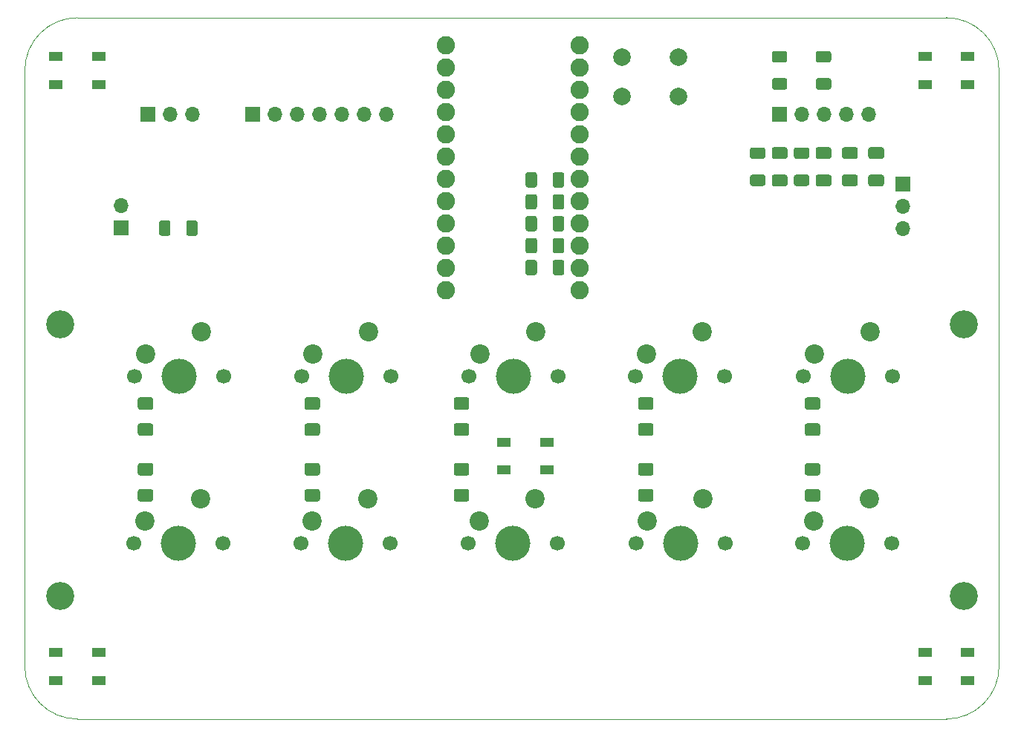
<source format=gbr>
G04 #@! TF.GenerationSoftware,KiCad,Pcbnew,(5.1.8)-1*
G04 #@! TF.CreationDate,2021-06-03T22:44:19-04:00*
G04 #@! TF.ProjectId,inkkeys,696e6b6b-6579-4732-9e6b-696361645f70,rev?*
G04 #@! TF.SameCoordinates,Original*
G04 #@! TF.FileFunction,Soldermask,Bot*
G04 #@! TF.FilePolarity,Negative*
%FSLAX46Y46*%
G04 Gerber Fmt 4.6, Leading zero omitted, Abs format (unit mm)*
G04 Created by KiCad (PCBNEW (5.1.8)-1) date 2021-06-03 22:44:19*
%MOMM*%
%LPD*%
G01*
G04 APERTURE LIST*
G04 #@! TA.AperFunction,Profile*
%ADD10C,0.100000*%
G04 #@! TD*
%ADD11C,2.000000*%
%ADD12R,1.500000X1.000000*%
%ADD13O,1.700000X1.700000*%
%ADD14R,1.700000X1.700000*%
%ADD15C,3.200000*%
%ADD16C,1.700000*%
%ADD17C,4.000000*%
%ADD18C,2.200000*%
%ADD19C,2.082800*%
G04 APERTURE END LIST*
D10*
X202000000Y-60000000D02*
G75*
G02*
X208000000Y-66000000I0J-6000000D01*
G01*
X208000000Y-134000000D02*
G75*
G02*
X202000000Y-140000000I-6000000J0D01*
G01*
X103000000Y-140000000D02*
G75*
G02*
X97000000Y-134000000I0J6000000D01*
G01*
X97000000Y-66000000D02*
G75*
G02*
X103000000Y-60000000I6000000J0D01*
G01*
X97000000Y-134000000D02*
X97000000Y-66000000D01*
X202000000Y-140000000D02*
X103000000Y-140000000D01*
X208000000Y-66000000D02*
X208000000Y-134000000D01*
X103000000Y-60000000D02*
X202000000Y-60000000D01*
X202000000Y-60000000D02*
G75*
G02*
X208000000Y-66000000I0J-6000000D01*
G01*
X208000000Y-134000000D02*
G75*
G02*
X202000000Y-140000000I-6000000J0D01*
G01*
X103000000Y-140000000D02*
G75*
G02*
X97000000Y-134000000I0J6000000D01*
G01*
X97000000Y-66000000D02*
G75*
G02*
X103000000Y-60000000I6000000J0D01*
G01*
X97000000Y-134000000D02*
X97000000Y-66000000D01*
X202000000Y-140000000D02*
X103000000Y-140000000D01*
X208000000Y-66000000D02*
X208000000Y-134000000D01*
X103000000Y-60000000D02*
X202000000Y-60000000D01*
D11*
G04 #@! TO.C,SW12*
X165000000Y-64500000D03*
X165000000Y-69000000D03*
X171500000Y-64500000D03*
X171500000Y-69000000D03*
G04 #@! TD*
G04 #@! TO.C,C2*
G36*
G01*
X187349999Y-77900000D02*
X188650001Y-77900000D01*
G75*
G02*
X188900000Y-78149999I0J-249999D01*
G01*
X188900000Y-78975001D01*
G75*
G02*
X188650001Y-79225000I-249999J0D01*
G01*
X187349999Y-79225000D01*
G75*
G02*
X187100000Y-78975001I0J249999D01*
G01*
X187100000Y-78149999D01*
G75*
G02*
X187349999Y-77900000I249999J0D01*
G01*
G37*
G36*
G01*
X187349999Y-74775000D02*
X188650001Y-74775000D01*
G75*
G02*
X188900000Y-75024999I0J-249999D01*
G01*
X188900000Y-75850001D01*
G75*
G02*
X188650001Y-76100000I-249999J0D01*
G01*
X187349999Y-76100000D01*
G75*
G02*
X187100000Y-75850001I0J249999D01*
G01*
X187100000Y-75024999D01*
G75*
G02*
X187349999Y-74775000I249999J0D01*
G01*
G37*
G04 #@! TD*
G04 #@! TO.C,C1*
G36*
G01*
X182349999Y-77900000D02*
X183650001Y-77900000D01*
G75*
G02*
X183900000Y-78149999I0J-249999D01*
G01*
X183900000Y-78975001D01*
G75*
G02*
X183650001Y-79225000I-249999J0D01*
G01*
X182349999Y-79225000D01*
G75*
G02*
X182100000Y-78975001I0J249999D01*
G01*
X182100000Y-78149999D01*
G75*
G02*
X182349999Y-77900000I249999J0D01*
G01*
G37*
G36*
G01*
X182349999Y-74775000D02*
X183650001Y-74775000D01*
G75*
G02*
X183900000Y-75024999I0J-249999D01*
G01*
X183900000Y-75850001D01*
G75*
G02*
X183650001Y-76100000I-249999J0D01*
G01*
X182349999Y-76100000D01*
G75*
G02*
X182100000Y-75850001I0J249999D01*
G01*
X182100000Y-75024999D01*
G75*
G02*
X182349999Y-74775000I249999J0D01*
G01*
G37*
G04 #@! TD*
D12*
G04 #@! TO.C,D23*
X151550000Y-111600000D03*
X151550000Y-108400000D03*
X156450000Y-111600000D03*
X156450000Y-108400000D03*
G04 #@! TD*
G04 #@! TO.C,D20*
X100550000Y-135600000D03*
X100550000Y-132400000D03*
X105450000Y-135600000D03*
X105450000Y-132400000D03*
G04 #@! TD*
G04 #@! TO.C,D17*
X100550000Y-67600000D03*
X100550000Y-64400000D03*
X105450000Y-67600000D03*
X105450000Y-64400000D03*
G04 #@! TD*
G04 #@! TO.C,D14*
X199550000Y-67600000D03*
X199550000Y-64400000D03*
X204450000Y-67600000D03*
X204450000Y-64400000D03*
G04 #@! TD*
G04 #@! TO.C,D11*
X199550000Y-135600000D03*
X199550000Y-132400000D03*
X204450000Y-135600000D03*
X204450000Y-132400000D03*
G04 #@! TD*
D13*
G04 #@! TO.C,J3*
X197000000Y-84080000D03*
X197000000Y-81540000D03*
D14*
X197000000Y-79000000D03*
G04 #@! TD*
D13*
G04 #@! TO.C,J2*
X193160000Y-71000000D03*
X190620000Y-71000000D03*
X188080000Y-71000000D03*
X185540000Y-71000000D03*
D14*
X183000000Y-71000000D03*
G04 #@! TD*
D15*
G04 #@! TO.C,H4*
X204000000Y-126000000D03*
G04 #@! TD*
G04 #@! TO.C,H3*
X204000000Y-95000000D03*
G04 #@! TD*
G04 #@! TO.C,H2*
X101000000Y-126000000D03*
G04 #@! TD*
G04 #@! TO.C,H1*
X101000000Y-95000000D03*
G04 #@! TD*
D13*
G04 #@! TO.C,SW13*
X108000000Y-81460000D03*
D14*
X108000000Y-84000000D03*
G04 #@! TD*
D16*
G04 #@! TO.C,SW10*
X195790000Y-119980000D03*
X185630000Y-119980000D03*
D17*
X190710000Y-119980000D03*
D18*
X186900000Y-117440000D03*
X193250000Y-114900000D03*
G04 #@! TD*
D16*
G04 #@! TO.C,SW9*
X195820000Y-100900000D03*
X185660000Y-100900000D03*
D17*
X190740000Y-100900000D03*
D18*
X186930000Y-98360000D03*
X193280000Y-95820000D03*
G04 #@! TD*
D16*
G04 #@! TO.C,SW8*
X176770000Y-119980000D03*
X166610000Y-119980000D03*
D17*
X171690000Y-119980000D03*
D18*
X167880000Y-117440000D03*
X174230000Y-114900000D03*
G04 #@! TD*
D16*
G04 #@! TO.C,SW7*
X176760000Y-100910000D03*
X166600000Y-100910000D03*
D17*
X171680000Y-100910000D03*
D18*
X167870000Y-98370000D03*
X174220000Y-95830000D03*
G04 #@! TD*
D16*
G04 #@! TO.C,SW6*
X157700000Y-119960000D03*
X147540000Y-119960000D03*
D17*
X152620000Y-119960000D03*
D18*
X148810000Y-117420000D03*
X155160000Y-114880000D03*
G04 #@! TD*
D16*
G04 #@! TO.C,SW5*
X157720000Y-100920000D03*
X147560000Y-100920000D03*
D17*
X152640000Y-100920000D03*
D18*
X148830000Y-98380000D03*
X155180000Y-95840000D03*
G04 #@! TD*
D16*
G04 #@! TO.C,SW4*
X138650000Y-119950000D03*
X128490000Y-119950000D03*
D17*
X133570000Y-119950000D03*
D18*
X129760000Y-117410000D03*
X136110000Y-114870000D03*
G04 #@! TD*
D16*
G04 #@! TO.C,SW3*
X138670000Y-100930000D03*
X128510000Y-100930000D03*
D17*
X133590000Y-100930000D03*
D18*
X129780000Y-98390000D03*
X136130000Y-95850000D03*
G04 #@! TD*
D16*
G04 #@! TO.C,SW2*
X119600000Y-119970000D03*
X109440000Y-119970000D03*
D17*
X114520000Y-119970000D03*
D18*
X110710000Y-117430000D03*
X117060000Y-114890000D03*
G04 #@! TD*
D16*
G04 #@! TO.C,SW1*
X119630000Y-100910000D03*
X109470000Y-100910000D03*
D17*
X114550000Y-100910000D03*
D18*
X110740000Y-98370000D03*
X117090000Y-95830000D03*
G04 #@! TD*
D13*
G04 #@! TO.C,RV1*
X116080000Y-71000000D03*
X113540000Y-71000000D03*
D14*
X111000000Y-71000000D03*
G04 #@! TD*
G04 #@! TO.C,R10*
G36*
G01*
X115400000Y-84625000D02*
X115400000Y-83375000D01*
G75*
G02*
X115650000Y-83125000I250000J0D01*
G01*
X116450000Y-83125000D01*
G75*
G02*
X116700000Y-83375000I0J-250000D01*
G01*
X116700000Y-84625000D01*
G75*
G02*
X116450000Y-84875000I-250000J0D01*
G01*
X115650000Y-84875000D01*
G75*
G02*
X115400000Y-84625000I0J250000D01*
G01*
G37*
G36*
G01*
X112300000Y-84625000D02*
X112300000Y-83375000D01*
G75*
G02*
X112550000Y-83125000I250000J0D01*
G01*
X113350000Y-83125000D01*
G75*
G02*
X113600000Y-83375000I0J-250000D01*
G01*
X113600000Y-84625000D01*
G75*
G02*
X113350000Y-84875000I-250000J0D01*
G01*
X112550000Y-84875000D01*
G75*
G02*
X112300000Y-84625000I0J250000D01*
G01*
G37*
G04 #@! TD*
G04 #@! TO.C,R9*
G36*
G01*
X187375000Y-66900000D02*
X188625000Y-66900000D01*
G75*
G02*
X188875000Y-67150000I0J-250000D01*
G01*
X188875000Y-67950000D01*
G75*
G02*
X188625000Y-68200000I-250000J0D01*
G01*
X187375000Y-68200000D01*
G75*
G02*
X187125000Y-67950000I0J250000D01*
G01*
X187125000Y-67150000D01*
G75*
G02*
X187375000Y-66900000I250000J0D01*
G01*
G37*
G36*
G01*
X187375000Y-63800000D02*
X188625000Y-63800000D01*
G75*
G02*
X188875000Y-64050000I0J-250000D01*
G01*
X188875000Y-64850000D01*
G75*
G02*
X188625000Y-65100000I-250000J0D01*
G01*
X187375000Y-65100000D01*
G75*
G02*
X187125000Y-64850000I0J250000D01*
G01*
X187125000Y-64050000D01*
G75*
G02*
X187375000Y-63800000I250000J0D01*
G01*
G37*
G04 #@! TD*
G04 #@! TO.C,R8*
G36*
G01*
X184875000Y-77900000D02*
X186125000Y-77900000D01*
G75*
G02*
X186375000Y-78150000I0J-250000D01*
G01*
X186375000Y-78950000D01*
G75*
G02*
X186125000Y-79200000I-250000J0D01*
G01*
X184875000Y-79200000D01*
G75*
G02*
X184625000Y-78950000I0J250000D01*
G01*
X184625000Y-78150000D01*
G75*
G02*
X184875000Y-77900000I250000J0D01*
G01*
G37*
G36*
G01*
X184875000Y-74800000D02*
X186125000Y-74800000D01*
G75*
G02*
X186375000Y-75050000I0J-250000D01*
G01*
X186375000Y-75850000D01*
G75*
G02*
X186125000Y-76100000I-250000J0D01*
G01*
X184875000Y-76100000D01*
G75*
G02*
X184625000Y-75850000I0J250000D01*
G01*
X184625000Y-75050000D01*
G75*
G02*
X184875000Y-74800000I250000J0D01*
G01*
G37*
G04 #@! TD*
G04 #@! TO.C,R7*
G36*
G01*
X182375000Y-66900000D02*
X183625000Y-66900000D01*
G75*
G02*
X183875000Y-67150000I0J-250000D01*
G01*
X183875000Y-67950000D01*
G75*
G02*
X183625000Y-68200000I-250000J0D01*
G01*
X182375000Y-68200000D01*
G75*
G02*
X182125000Y-67950000I0J250000D01*
G01*
X182125000Y-67150000D01*
G75*
G02*
X182375000Y-66900000I250000J0D01*
G01*
G37*
G36*
G01*
X182375000Y-63800000D02*
X183625000Y-63800000D01*
G75*
G02*
X183875000Y-64050000I0J-250000D01*
G01*
X183875000Y-64850000D01*
G75*
G02*
X183625000Y-65100000I-250000J0D01*
G01*
X182375000Y-65100000D01*
G75*
G02*
X182125000Y-64850000I0J250000D01*
G01*
X182125000Y-64050000D01*
G75*
G02*
X182375000Y-63800000I250000J0D01*
G01*
G37*
G04 #@! TD*
G04 #@! TO.C,R6*
G36*
G01*
X179875000Y-77900000D02*
X181125000Y-77900000D01*
G75*
G02*
X181375000Y-78150000I0J-250000D01*
G01*
X181375000Y-78950000D01*
G75*
G02*
X181125000Y-79200000I-250000J0D01*
G01*
X179875000Y-79200000D01*
G75*
G02*
X179625000Y-78950000I0J250000D01*
G01*
X179625000Y-78150000D01*
G75*
G02*
X179875000Y-77900000I250000J0D01*
G01*
G37*
G36*
G01*
X179875000Y-74800000D02*
X181125000Y-74800000D01*
G75*
G02*
X181375000Y-75050000I0J-250000D01*
G01*
X181375000Y-75850000D01*
G75*
G02*
X181125000Y-76100000I-250000J0D01*
G01*
X179875000Y-76100000D01*
G75*
G02*
X179625000Y-75850000I0J250000D01*
G01*
X179625000Y-75050000D01*
G75*
G02*
X179875000Y-74800000I250000J0D01*
G01*
G37*
G04 #@! TD*
G04 #@! TO.C,R5*
G36*
G01*
X155350000Y-87875000D02*
X155350000Y-89125000D01*
G75*
G02*
X155100000Y-89375000I-250000J0D01*
G01*
X154300000Y-89375000D01*
G75*
G02*
X154050000Y-89125000I0J250000D01*
G01*
X154050000Y-87875000D01*
G75*
G02*
X154300000Y-87625000I250000J0D01*
G01*
X155100000Y-87625000D01*
G75*
G02*
X155350000Y-87875000I0J-250000D01*
G01*
G37*
G36*
G01*
X158450000Y-87875000D02*
X158450000Y-89125000D01*
G75*
G02*
X158200000Y-89375000I-250000J0D01*
G01*
X157400000Y-89375000D01*
G75*
G02*
X157150000Y-89125000I0J250000D01*
G01*
X157150000Y-87875000D01*
G75*
G02*
X157400000Y-87625000I250000J0D01*
G01*
X158200000Y-87625000D01*
G75*
G02*
X158450000Y-87875000I0J-250000D01*
G01*
G37*
G04 #@! TD*
G04 #@! TO.C,R4*
G36*
G01*
X155350000Y-85375000D02*
X155350000Y-86625000D01*
G75*
G02*
X155100000Y-86875000I-250000J0D01*
G01*
X154300000Y-86875000D01*
G75*
G02*
X154050000Y-86625000I0J250000D01*
G01*
X154050000Y-85375000D01*
G75*
G02*
X154300000Y-85125000I250000J0D01*
G01*
X155100000Y-85125000D01*
G75*
G02*
X155350000Y-85375000I0J-250000D01*
G01*
G37*
G36*
G01*
X158450000Y-85375000D02*
X158450000Y-86625000D01*
G75*
G02*
X158200000Y-86875000I-250000J0D01*
G01*
X157400000Y-86875000D01*
G75*
G02*
X157150000Y-86625000I0J250000D01*
G01*
X157150000Y-85375000D01*
G75*
G02*
X157400000Y-85125000I250000J0D01*
G01*
X158200000Y-85125000D01*
G75*
G02*
X158450000Y-85375000I0J-250000D01*
G01*
G37*
G04 #@! TD*
G04 #@! TO.C,R3*
G36*
G01*
X155350000Y-82875000D02*
X155350000Y-84125000D01*
G75*
G02*
X155100000Y-84375000I-250000J0D01*
G01*
X154300000Y-84375000D01*
G75*
G02*
X154050000Y-84125000I0J250000D01*
G01*
X154050000Y-82875000D01*
G75*
G02*
X154300000Y-82625000I250000J0D01*
G01*
X155100000Y-82625000D01*
G75*
G02*
X155350000Y-82875000I0J-250000D01*
G01*
G37*
G36*
G01*
X158450000Y-82875000D02*
X158450000Y-84125000D01*
G75*
G02*
X158200000Y-84375000I-250000J0D01*
G01*
X157400000Y-84375000D01*
G75*
G02*
X157150000Y-84125000I0J250000D01*
G01*
X157150000Y-82875000D01*
G75*
G02*
X157400000Y-82625000I250000J0D01*
G01*
X158200000Y-82625000D01*
G75*
G02*
X158450000Y-82875000I0J-250000D01*
G01*
G37*
G04 #@! TD*
G04 #@! TO.C,R2*
G36*
G01*
X155350000Y-80375000D02*
X155350000Y-81625000D01*
G75*
G02*
X155100000Y-81875000I-250000J0D01*
G01*
X154300000Y-81875000D01*
G75*
G02*
X154050000Y-81625000I0J250000D01*
G01*
X154050000Y-80375000D01*
G75*
G02*
X154300000Y-80125000I250000J0D01*
G01*
X155100000Y-80125000D01*
G75*
G02*
X155350000Y-80375000I0J-250000D01*
G01*
G37*
G36*
G01*
X158450000Y-80375000D02*
X158450000Y-81625000D01*
G75*
G02*
X158200000Y-81875000I-250000J0D01*
G01*
X157400000Y-81875000D01*
G75*
G02*
X157150000Y-81625000I0J250000D01*
G01*
X157150000Y-80375000D01*
G75*
G02*
X157400000Y-80125000I250000J0D01*
G01*
X158200000Y-80125000D01*
G75*
G02*
X158450000Y-80375000I0J-250000D01*
G01*
G37*
G04 #@! TD*
G04 #@! TO.C,R1*
G36*
G01*
X155350000Y-77875000D02*
X155350000Y-79125000D01*
G75*
G02*
X155100000Y-79375000I-250000J0D01*
G01*
X154300000Y-79375000D01*
G75*
G02*
X154050000Y-79125000I0J250000D01*
G01*
X154050000Y-77875000D01*
G75*
G02*
X154300000Y-77625000I250000J0D01*
G01*
X155100000Y-77625000D01*
G75*
G02*
X155350000Y-77875000I0J-250000D01*
G01*
G37*
G36*
G01*
X158450000Y-77875000D02*
X158450000Y-79125000D01*
G75*
G02*
X158200000Y-79375000I-250000J0D01*
G01*
X157400000Y-79375000D01*
G75*
G02*
X157150000Y-79125000I0J250000D01*
G01*
X157150000Y-77875000D01*
G75*
G02*
X157400000Y-77625000I250000J0D01*
G01*
X158200000Y-77625000D01*
G75*
G02*
X158450000Y-77875000I0J-250000D01*
G01*
G37*
G04 #@! TD*
D13*
G04 #@! TO.C,J1*
X138240000Y-71000000D03*
X135700000Y-71000000D03*
X133160000Y-71000000D03*
X130620000Y-71000000D03*
X128080000Y-71000000D03*
X125540000Y-71000000D03*
D14*
X123000000Y-71000000D03*
G04 #@! TD*
G04 #@! TO.C,D10*
G36*
G01*
X186125000Y-113775000D02*
X187375000Y-113775000D01*
G75*
G02*
X187625000Y-114025000I0J-250000D01*
G01*
X187625000Y-114950000D01*
G75*
G02*
X187375000Y-115200000I-250000J0D01*
G01*
X186125000Y-115200000D01*
G75*
G02*
X185875000Y-114950000I0J250000D01*
G01*
X185875000Y-114025000D01*
G75*
G02*
X186125000Y-113775000I250000J0D01*
G01*
G37*
G36*
G01*
X186125000Y-110800000D02*
X187375000Y-110800000D01*
G75*
G02*
X187625000Y-111050000I0J-250000D01*
G01*
X187625000Y-111975000D01*
G75*
G02*
X187375000Y-112225000I-250000J0D01*
G01*
X186125000Y-112225000D01*
G75*
G02*
X185875000Y-111975000I0J250000D01*
G01*
X185875000Y-111050000D01*
G75*
G02*
X186125000Y-110800000I250000J0D01*
G01*
G37*
G04 #@! TD*
G04 #@! TO.C,D9*
G36*
G01*
X187375000Y-104725000D02*
X186125000Y-104725000D01*
G75*
G02*
X185875000Y-104475000I0J250000D01*
G01*
X185875000Y-103550000D01*
G75*
G02*
X186125000Y-103300000I250000J0D01*
G01*
X187375000Y-103300000D01*
G75*
G02*
X187625000Y-103550000I0J-250000D01*
G01*
X187625000Y-104475000D01*
G75*
G02*
X187375000Y-104725000I-250000J0D01*
G01*
G37*
G36*
G01*
X187375000Y-107700000D02*
X186125000Y-107700000D01*
G75*
G02*
X185875000Y-107450000I0J250000D01*
G01*
X185875000Y-106525000D01*
G75*
G02*
X186125000Y-106275000I250000J0D01*
G01*
X187375000Y-106275000D01*
G75*
G02*
X187625000Y-106525000I0J-250000D01*
G01*
X187625000Y-107450000D01*
G75*
G02*
X187375000Y-107700000I-250000J0D01*
G01*
G37*
G04 #@! TD*
G04 #@! TO.C,D8*
G36*
G01*
X167125000Y-113775000D02*
X168375000Y-113775000D01*
G75*
G02*
X168625000Y-114025000I0J-250000D01*
G01*
X168625000Y-114950000D01*
G75*
G02*
X168375000Y-115200000I-250000J0D01*
G01*
X167125000Y-115200000D01*
G75*
G02*
X166875000Y-114950000I0J250000D01*
G01*
X166875000Y-114025000D01*
G75*
G02*
X167125000Y-113775000I250000J0D01*
G01*
G37*
G36*
G01*
X167125000Y-110800000D02*
X168375000Y-110800000D01*
G75*
G02*
X168625000Y-111050000I0J-250000D01*
G01*
X168625000Y-111975000D01*
G75*
G02*
X168375000Y-112225000I-250000J0D01*
G01*
X167125000Y-112225000D01*
G75*
G02*
X166875000Y-111975000I0J250000D01*
G01*
X166875000Y-111050000D01*
G75*
G02*
X167125000Y-110800000I250000J0D01*
G01*
G37*
G04 #@! TD*
G04 #@! TO.C,D7*
G36*
G01*
X168375000Y-104725000D02*
X167125000Y-104725000D01*
G75*
G02*
X166875000Y-104475000I0J250000D01*
G01*
X166875000Y-103550000D01*
G75*
G02*
X167125000Y-103300000I250000J0D01*
G01*
X168375000Y-103300000D01*
G75*
G02*
X168625000Y-103550000I0J-250000D01*
G01*
X168625000Y-104475000D01*
G75*
G02*
X168375000Y-104725000I-250000J0D01*
G01*
G37*
G36*
G01*
X168375000Y-107700000D02*
X167125000Y-107700000D01*
G75*
G02*
X166875000Y-107450000I0J250000D01*
G01*
X166875000Y-106525000D01*
G75*
G02*
X167125000Y-106275000I250000J0D01*
G01*
X168375000Y-106275000D01*
G75*
G02*
X168625000Y-106525000I0J-250000D01*
G01*
X168625000Y-107450000D01*
G75*
G02*
X168375000Y-107700000I-250000J0D01*
G01*
G37*
G04 #@! TD*
G04 #@! TO.C,D6*
G36*
G01*
X146125000Y-113775000D02*
X147375000Y-113775000D01*
G75*
G02*
X147625000Y-114025000I0J-250000D01*
G01*
X147625000Y-114950000D01*
G75*
G02*
X147375000Y-115200000I-250000J0D01*
G01*
X146125000Y-115200000D01*
G75*
G02*
X145875000Y-114950000I0J250000D01*
G01*
X145875000Y-114025000D01*
G75*
G02*
X146125000Y-113775000I250000J0D01*
G01*
G37*
G36*
G01*
X146125000Y-110800000D02*
X147375000Y-110800000D01*
G75*
G02*
X147625000Y-111050000I0J-250000D01*
G01*
X147625000Y-111975000D01*
G75*
G02*
X147375000Y-112225000I-250000J0D01*
G01*
X146125000Y-112225000D01*
G75*
G02*
X145875000Y-111975000I0J250000D01*
G01*
X145875000Y-111050000D01*
G75*
G02*
X146125000Y-110800000I250000J0D01*
G01*
G37*
G04 #@! TD*
G04 #@! TO.C,D5*
G36*
G01*
X147375000Y-104725000D02*
X146125000Y-104725000D01*
G75*
G02*
X145875000Y-104475000I0J250000D01*
G01*
X145875000Y-103550000D01*
G75*
G02*
X146125000Y-103300000I250000J0D01*
G01*
X147375000Y-103300000D01*
G75*
G02*
X147625000Y-103550000I0J-250000D01*
G01*
X147625000Y-104475000D01*
G75*
G02*
X147375000Y-104725000I-250000J0D01*
G01*
G37*
G36*
G01*
X147375000Y-107700000D02*
X146125000Y-107700000D01*
G75*
G02*
X145875000Y-107450000I0J250000D01*
G01*
X145875000Y-106525000D01*
G75*
G02*
X146125000Y-106275000I250000J0D01*
G01*
X147375000Y-106275000D01*
G75*
G02*
X147625000Y-106525000I0J-250000D01*
G01*
X147625000Y-107450000D01*
G75*
G02*
X147375000Y-107700000I-250000J0D01*
G01*
G37*
G04 #@! TD*
G04 #@! TO.C,D4*
G36*
G01*
X129125000Y-113775000D02*
X130375000Y-113775000D01*
G75*
G02*
X130625000Y-114025000I0J-250000D01*
G01*
X130625000Y-114950000D01*
G75*
G02*
X130375000Y-115200000I-250000J0D01*
G01*
X129125000Y-115200000D01*
G75*
G02*
X128875000Y-114950000I0J250000D01*
G01*
X128875000Y-114025000D01*
G75*
G02*
X129125000Y-113775000I250000J0D01*
G01*
G37*
G36*
G01*
X129125000Y-110800000D02*
X130375000Y-110800000D01*
G75*
G02*
X130625000Y-111050000I0J-250000D01*
G01*
X130625000Y-111975000D01*
G75*
G02*
X130375000Y-112225000I-250000J0D01*
G01*
X129125000Y-112225000D01*
G75*
G02*
X128875000Y-111975000I0J250000D01*
G01*
X128875000Y-111050000D01*
G75*
G02*
X129125000Y-110800000I250000J0D01*
G01*
G37*
G04 #@! TD*
G04 #@! TO.C,D3*
G36*
G01*
X130375000Y-104725000D02*
X129125000Y-104725000D01*
G75*
G02*
X128875000Y-104475000I0J250000D01*
G01*
X128875000Y-103550000D01*
G75*
G02*
X129125000Y-103300000I250000J0D01*
G01*
X130375000Y-103300000D01*
G75*
G02*
X130625000Y-103550000I0J-250000D01*
G01*
X130625000Y-104475000D01*
G75*
G02*
X130375000Y-104725000I-250000J0D01*
G01*
G37*
G36*
G01*
X130375000Y-107700000D02*
X129125000Y-107700000D01*
G75*
G02*
X128875000Y-107450000I0J250000D01*
G01*
X128875000Y-106525000D01*
G75*
G02*
X129125000Y-106275000I250000J0D01*
G01*
X130375000Y-106275000D01*
G75*
G02*
X130625000Y-106525000I0J-250000D01*
G01*
X130625000Y-107450000D01*
G75*
G02*
X130375000Y-107700000I-250000J0D01*
G01*
G37*
G04 #@! TD*
G04 #@! TO.C,D2*
G36*
G01*
X110125000Y-113775000D02*
X111375000Y-113775000D01*
G75*
G02*
X111625000Y-114025000I0J-250000D01*
G01*
X111625000Y-114950000D01*
G75*
G02*
X111375000Y-115200000I-250000J0D01*
G01*
X110125000Y-115200000D01*
G75*
G02*
X109875000Y-114950000I0J250000D01*
G01*
X109875000Y-114025000D01*
G75*
G02*
X110125000Y-113775000I250000J0D01*
G01*
G37*
G36*
G01*
X110125000Y-110800000D02*
X111375000Y-110800000D01*
G75*
G02*
X111625000Y-111050000I0J-250000D01*
G01*
X111625000Y-111975000D01*
G75*
G02*
X111375000Y-112225000I-250000J0D01*
G01*
X110125000Y-112225000D01*
G75*
G02*
X109875000Y-111975000I0J250000D01*
G01*
X109875000Y-111050000D01*
G75*
G02*
X110125000Y-110800000I250000J0D01*
G01*
G37*
G04 #@! TD*
G04 #@! TO.C,D1*
G36*
G01*
X111375000Y-104725000D02*
X110125000Y-104725000D01*
G75*
G02*
X109875000Y-104475000I0J250000D01*
G01*
X109875000Y-103550000D01*
G75*
G02*
X110125000Y-103300000I250000J0D01*
G01*
X111375000Y-103300000D01*
G75*
G02*
X111625000Y-103550000I0J-250000D01*
G01*
X111625000Y-104475000D01*
G75*
G02*
X111375000Y-104725000I-250000J0D01*
G01*
G37*
G36*
G01*
X111375000Y-107700000D02*
X110125000Y-107700000D01*
G75*
G02*
X109875000Y-107450000I0J250000D01*
G01*
X109875000Y-106525000D01*
G75*
G02*
X110125000Y-106275000I250000J0D01*
G01*
X111375000Y-106275000D01*
G75*
G02*
X111625000Y-106525000I0J-250000D01*
G01*
X111625000Y-107450000D01*
G75*
G02*
X111375000Y-107700000I-250000J0D01*
G01*
G37*
G04 #@! TD*
G04 #@! TO.C,C4*
G36*
G01*
X194650001Y-76100000D02*
X193349999Y-76100000D01*
G75*
G02*
X193100000Y-75850001I0J249999D01*
G01*
X193100000Y-75024999D01*
G75*
G02*
X193349999Y-74775000I249999J0D01*
G01*
X194650001Y-74775000D01*
G75*
G02*
X194900000Y-75024999I0J-249999D01*
G01*
X194900000Y-75850001D01*
G75*
G02*
X194650001Y-76100000I-249999J0D01*
G01*
G37*
G36*
G01*
X194650001Y-79225000D02*
X193349999Y-79225000D01*
G75*
G02*
X193100000Y-78975001I0J249999D01*
G01*
X193100000Y-78149999D01*
G75*
G02*
X193349999Y-77900000I249999J0D01*
G01*
X194650001Y-77900000D01*
G75*
G02*
X194900000Y-78149999I0J-249999D01*
G01*
X194900000Y-78975001D01*
G75*
G02*
X194650001Y-79225000I-249999J0D01*
G01*
G37*
G04 #@! TD*
G04 #@! TO.C,C3*
G36*
G01*
X191650001Y-76100000D02*
X190349999Y-76100000D01*
G75*
G02*
X190100000Y-75850001I0J249999D01*
G01*
X190100000Y-75024999D01*
G75*
G02*
X190349999Y-74775000I249999J0D01*
G01*
X191650001Y-74775000D01*
G75*
G02*
X191900000Y-75024999I0J-249999D01*
G01*
X191900000Y-75850001D01*
G75*
G02*
X191650001Y-76100000I-249999J0D01*
G01*
G37*
G36*
G01*
X191650001Y-79225000D02*
X190349999Y-79225000D01*
G75*
G02*
X190100000Y-78975001I0J249999D01*
G01*
X190100000Y-78149999D01*
G75*
G02*
X190349999Y-77900000I249999J0D01*
G01*
X191650001Y-77900000D01*
G75*
G02*
X191900000Y-78149999I0J-249999D01*
G01*
X191900000Y-78975001D01*
G75*
G02*
X191650001Y-79225000I-249999J0D01*
G01*
G37*
G04 #@! TD*
D19*
G04 #@! TO.C,B1*
X145010000Y-63180000D03*
X145010000Y-65720000D03*
X145010000Y-68260000D03*
X145010000Y-70800000D03*
X145010000Y-73340000D03*
X145010000Y-75880000D03*
X145010000Y-78420000D03*
X145010000Y-80960000D03*
X145010000Y-83500000D03*
X145010000Y-86040000D03*
X145010000Y-88580000D03*
X145010000Y-91120000D03*
X160250000Y-91120000D03*
X160250000Y-88580000D03*
X160250000Y-86040000D03*
X160250000Y-83500000D03*
X160250000Y-80960000D03*
X160250000Y-78420000D03*
X160250000Y-75880000D03*
X160250000Y-73340000D03*
X160250000Y-70800000D03*
X160250000Y-68260000D03*
X160250000Y-65720000D03*
X160250000Y-63180000D03*
G04 #@! TD*
M02*

</source>
